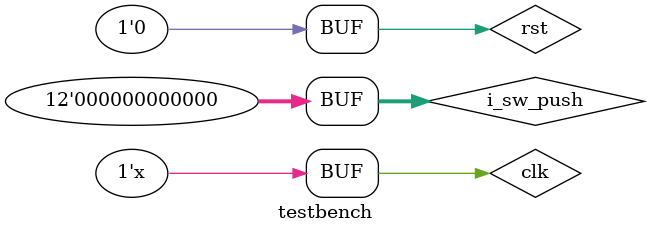
<source format=v>
`timescale 10ns / 100ps

module testbench();
reg [11:0] i_sw_push;
reg [7:0] i_sw_dip;
reg rst, clk;


wire [3:0] o_led;
wire [7:0] o_seg;

wire lcd_e, lcd_rs, lcd_rw;
wire [7:0] lcd_data;

calculator calculator(i_sw_push, i_sw_dip, rst, clk, o_led, o_seg, lcd_data, lcd_e, lcd_rs, lcd_rw);
initial begin
    i_sw_push = 12'b0000_0000_0000; rst = 1; clk = 0;
    
//    #5 i_sw_push = 12'b1000_0000_0000; rst = 0; 
//    #5 i_sw_push = 12'b0000_0000_0000;
    
//    #5 i_sw_push = 12'b0100_0000_0000;
//    #5 i_sw_push = 12'b0000_0000_0000;
    
//    #5 i_sw_push = 12'b0010_0000_0000;
//    #5 i_sw_push = 12'b0000_0000_0000;
    
//    #5 i_sw_push = 12'b0001_0000_0000;
//    #5 i_sw_push = 12'b0000_0000_0000;
    
//    #5 i_sw_push = 12'b0000_1000_0000;
//    #5 i_sw_push = 12'b0000_0000_0000;
    
//    #5 i_sw_push = 12'b0000_0100_0000;
//    #5 i_sw_push = 12'b0000_0000_0000;
    
//    #5 i_sw_push = 12'b0000_0010_0000;
//    #5 i_sw_push = 12'b0000_0000_0000;
    
//    #5 i_sw_push = 12'b0000_0001_0000;
//    #5 i_sw_push = 12'b0000_0000_0000;
    
//    #5 i_sw_push = 12'b0000_0000_1000;
//    #5 i_sw_push = 12'b0000_0000_0000;
    
//    #5 i_sw_push = 12'b0000_0000_0100;
//    #5 i_sw_push = 12'b0000_0000_0000;
    #5 rst = 0;
end

always #0.5 clk = ~clk;

endmodule

</source>
